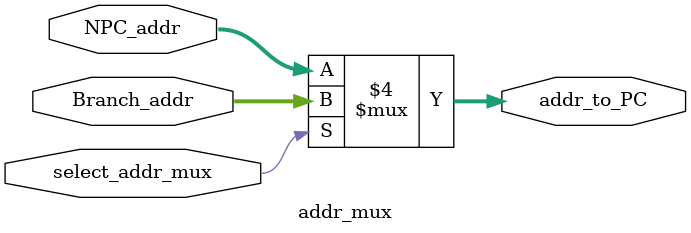
<source format=v>
`timescale 1ps / 1ps


module addr_mux(input [11:0]NPC_addr,input [11:0]Branch_addr, output reg[11:0]addr_to_PC,input select_addr_mux);
always @(*)
begin
if (select_addr_mux==1)
begin
addr_to_PC[11:0]=Branch_addr[11:0];
end
else 
addr_to_PC[11:0]=NPC_addr[11:0];
end
endmodule

</source>
